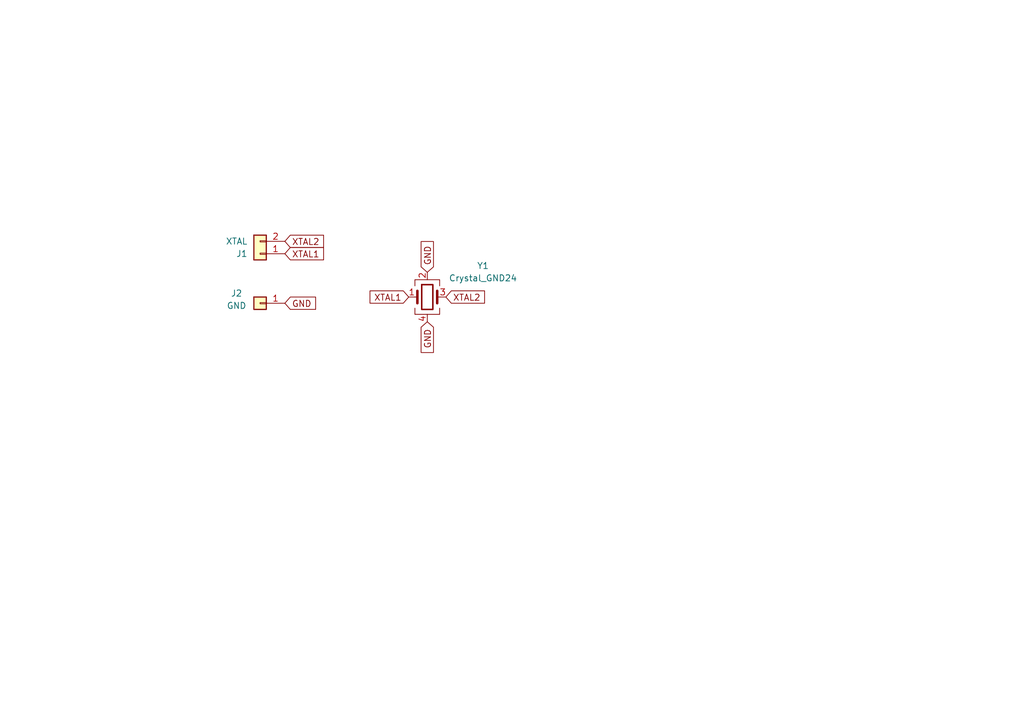
<source format=kicad_sch>
(kicad_sch (version 20250114) (generator "eeschema") (generator_version "9.0")
  (paper "A5")
  (title_block (title "SMQD to HC49 Crystal Converter") (date "14-May-2025") (rev "A") (company "Brett Hallen") (comment 1 "www.youtube.com/@Brfff"))
  (lib_symbols
    (symbol "Connector_Generic:Conn_01x01" (pin_names (offset 1.016) (hide yes))
      (property "Reference" "J" (at 0 2.54 0))
      (property "Value" "Conn_01x01" (at 0 -2.54 0))
      (symbol "Conn_01x01_1_1"
        (rectangle (start -1.27 1.27) (end 1.27 -1.27) (stroke (width 0.254)) (fill (type background)))
        (rectangle (start -1.27 0.127) (end 0 -0.127) (stroke (width 0.1524)))
        (pin passive line (at -5.08 0 0) (length 3.81) (name "Pin_1") (number "1"))
      )
    )
    (symbol "Connector_Generic:Conn_01x02" (pin_names (offset 1.016) (hide yes))
      (property "Reference" "J" (at 0 2.54 0))
      (property "Value" "Conn_01x02" (at 0 -5.08 0))
      (symbol "Conn_01x02_1_1"
        (rectangle (start -1.27 1.27) (end 1.27 -3.81) (stroke (width 0.254)) (fill (type background)))
        (rectangle (start -1.27 0.127) (end 0 -0.127) (stroke (width 0.1524)))
        (rectangle (start -1.27 -2.413) (end 0 -2.667) (stroke (width 0.1524)))
        (pin passive line (at -5.08 0 0) (length 3.81) (name "Pin_1") (number "1"))
        (pin passive line (at -5.08 -2.54 0) (length 3.81) (name "Pin_2") (number "2"))
      )
    )
    (symbol "Device:Crystal_GND24" (pin_names (offset 1.016) (hide yes))
      (property "Reference" "Y" (at 3.175 5.08 0))
      (property "Value" "Crystal_GND24" (at 3.175 3.175 0))
      (symbol "Crystal_GND24_0_1"
        (polyline (pts (xy -2.54 2.286) (xy -2.54 3.556) (xy 2.54 3.556) (xy 2.54 2.286)))
        (polyline (pts (xy -2.54 0) (xy -2.032 0)))
        (polyline (pts (xy -2.54 -2.286) (xy -2.54 -3.556) (xy 2.54 -3.556) (xy 2.54 -2.286)))
        (polyline (pts (xy -2.032 -1.27) (xy -2.032 1.27)) (stroke (width 0.508)))
        (rectangle (start -1.143 2.54) (end 1.143 -2.54) (stroke (width 0.3048)))
        (polyline (pts (xy 0 3.556) (xy 0 3.81)))
        (polyline (pts (xy 0 -3.81) (xy 0 -3.556)))
        (polyline (pts (xy 2.032 0) (xy 2.54 0)))
        (polyline (pts (xy 2.032 -1.27) (xy 2.032 1.27)) (stroke (width 0.508)))
      )
      (symbol "Crystal_GND24_1_1"
        (pin passive line (at -3.81 0 0) (length 1.27) (name "1") (number "1"))
        (pin passive line (at 0 5.08 270) (length 1.27) (name "2") (number "2"))
        (pin passive line (at 0 -5.08 90) (length 1.27) (name "4") (number "4"))
        (pin passive line (at 3.81 0 180) (length 1.27) (name "3") (number "3"))
      )
    )
  )
  (global_label "XTAL2" (shape input) (at 58.42 49.53 0) (property "Intersheetrefs" "${INTERSHEET_REFS}" (effects (hide yes))))
  (global_label "GND" (shape input) (at 87.63 66.04 270) (property "Intersheetrefs" "${INTERSHEET_REFS}" (effects (hide yes))))
  (global_label "GND" (shape input) (at 58.42 62.23 0) (property "Intersheetrefs" "${INTERSHEET_REFS}" (effects (hide yes))))
  (global_label "XTAL1" (shape input) (at 83.82 60.96 180) (property "Intersheetrefs" "${INTERSHEET_REFS}" (effects (hide yes))))
  (global_label "XTAL1" (shape input) (at 58.42 52.07 0) (property "Intersheetrefs" "${INTERSHEET_REFS}" (effects (hide yes))))
  (global_label "GND" (shape input) (at 87.63 55.88 90) (property "Intersheetrefs" "${INTERSHEET_REFS}" (effects (hide yes))))
  (global_label "XTAL2" (shape input) (at 91.44 60.96 0) (property "Intersheetrefs" "${INTERSHEET_REFS}" (effects (hide yes))))
  (symbol (lib_id "Connector_Generic:Conn_01x02") (at 53.34 52.07 180) (unit 1)
    (property "Reference" "J1" (at 50.8 52.0701 0) (effects (justify left)))
    (property "Value" "XTAL" (at 50.8 49.5301 0) (effects (justify left)))
    (property "Footprint" "Crystal:Crystal_HC49-U_Vertical" (effects (hide yes)))
    (property "Description" "Generic connector, single row, 01x02, script generated (kicad-library-utils/schlib/autogen/connector/)" (effects (hide yes)))
  )
  (symbol (lib_id "Device:Crystal_GND24") (at 87.63 60.96 0) (unit 1)
    (property "Reference" "Y1" (at 99.06 54.5398 0))
    (property "Value" "Crystal_GND24" (at 99.06 57.0798 0))
    (property "Footprint" "Crystal:Crystal_SMD_0603-4Pin_6.0x3.5mm_HandSoldering" (effects (hide yes)))
    (property "Description" "Four pin crystal, GND on pins 2 and 4" (effects (hide yes)))
  )
  (symbol (lib_id "Connector_Generic:Conn_01x01") (at 53.34 62.23 180) (unit 1)
    (property "Reference" "J2" (at 48.514 60.198 0))
    (property "Value" "GND" (at 48.514 62.738 0))
    (property "Footprint" "TestPoint:TestPoint_Pad_D1.5mm" (effects (hide yes)))
    (property "Description" "Generic connector, single row, 01x01, script generated (kicad-library-utils/schlib/autogen/connector/)" (effects (hide yes)))
  )
)
</source>
